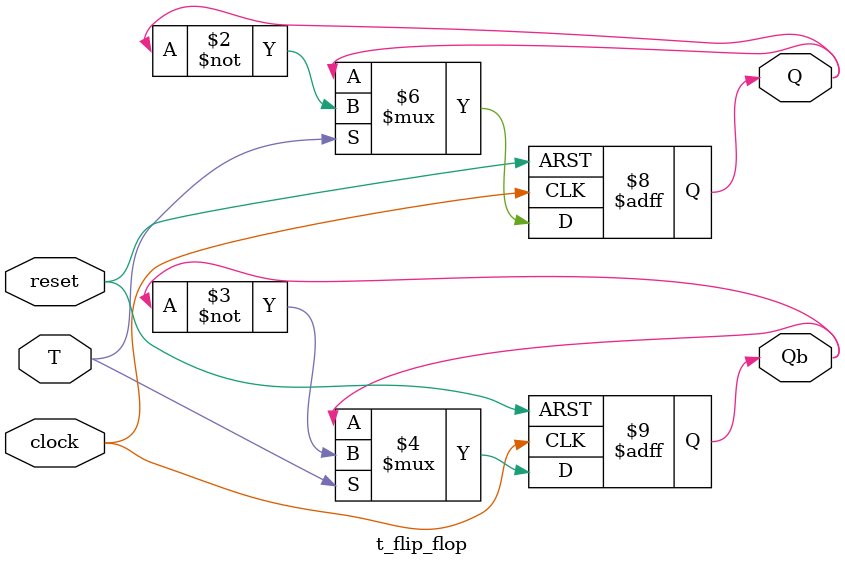
<source format=sv>
`timescale 1ns / 1ps



module t_flip_flop
(
    input T, clock, reset,
    output reg Q, Qb
);
    always @(posedge clock or posedge reset) begin
        if (reset) begin
            Q <= 0;
            Qb <= 1;
        end else if (T) begin
            Q <= ~Q;
            Qb <= ~Qb;
        end
    end
endmodule



</source>
